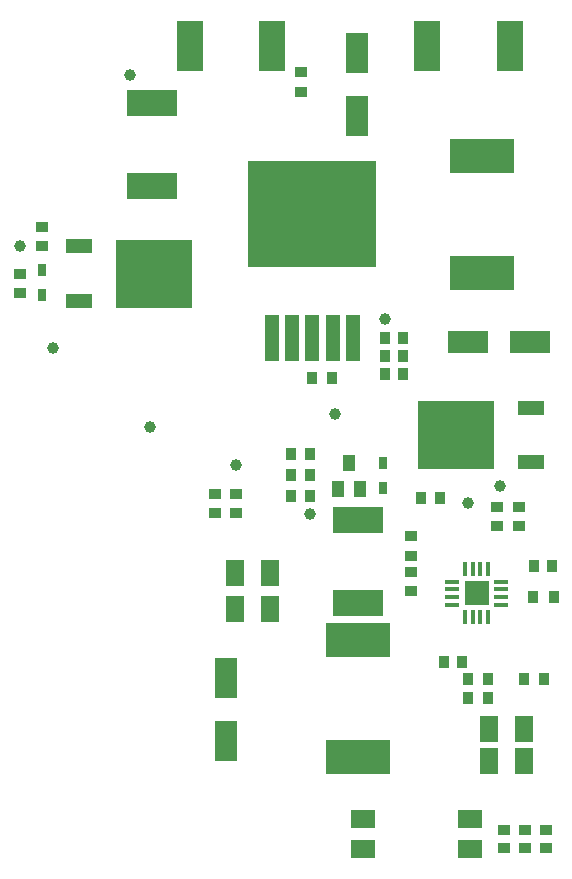
<source format=gtp>
G04*
G04 #@! TF.GenerationSoftware,Altium Limited,Altium Designer,24.5.2 (23)*
G04*
G04 Layer_Color=8421504*
%FSLAX25Y25*%
%MOIN*%
G70*
G04*
G04 #@! TF.SameCoordinates,60501AE2-BB46-487B-87F6-AF18234ABC67*
G04*
G04*
G04 #@! TF.FilePolarity,Positive*
G04*
G01*
G75*
%ADD17R,0.08661X0.16929*%
%ADD18R,0.16929X0.08661*%
%ADD19R,0.05906X0.08661*%
%ADD20R,0.04016X0.03701*%
%ADD21C,0.03937*%
%ADD22R,0.21260X0.11417*%
%ADD23R,0.08976X0.04724*%
%ADD24R,0.25197X0.22835*%
%ADD25R,0.03701X0.04016*%
%ADD26R,0.42913X0.35827*%
%ADD27R,0.04528X0.15551*%
%ADD28R,0.03937X0.03543*%
%ADD29R,0.13780X0.07284*%
%ADD30R,0.03543X0.03937*%
%ADD31R,0.07284X0.13780*%
%ADD32R,0.03150X0.03937*%
%ADD33R,0.03937X0.05512*%
%ADD34R,0.08268X0.08268*%
%ADD35R,0.01181X0.04724*%
%ADD36R,0.04724X0.01181*%
%ADD37R,0.08268X0.05906*%
D17*
X63779Y285827D02*
D03*
X91339D02*
D03*
X142913D02*
D03*
X170473D02*
D03*
D18*
X51181Y266929D02*
D03*
Y239370D02*
D03*
X119887Y100394D02*
D03*
Y127953D02*
D03*
D19*
X175197Y47706D02*
D03*
X163386D02*
D03*
X175197Y58336D02*
D03*
X163386D02*
D03*
X90551Y98425D02*
D03*
X78740D02*
D03*
X90551Y110236D02*
D03*
X78740D02*
D03*
D20*
X182677Y24764D02*
D03*
Y18543D02*
D03*
X175591Y18543D02*
D03*
Y24764D02*
D03*
X166142Y132244D02*
D03*
Y126024D02*
D03*
X72047Y136575D02*
D03*
Y130354D02*
D03*
X7087Y209803D02*
D03*
Y203583D02*
D03*
X14567Y225551D02*
D03*
Y219331D02*
D03*
X79134Y130354D02*
D03*
Y136575D02*
D03*
X173622Y132244D02*
D03*
Y126024D02*
D03*
X137402Y104370D02*
D03*
Y110591D02*
D03*
X168504Y24764D02*
D03*
Y18543D02*
D03*
D21*
X167323Y139370D02*
D03*
X43701Y276378D02*
D03*
X112205Y163386D02*
D03*
X128779Y194882D02*
D03*
X156693Y133465D02*
D03*
X103898Y129921D02*
D03*
X7087Y219331D02*
D03*
X79134Y146457D02*
D03*
X18110Y185433D02*
D03*
X50394Y159055D02*
D03*
D22*
X161283Y210236D02*
D03*
Y249213D02*
D03*
X119887Y88060D02*
D03*
Y49084D02*
D03*
D23*
X26964Y201029D02*
D03*
Y219139D02*
D03*
X177677Y147244D02*
D03*
Y165354D02*
D03*
D24*
X51964Y210084D02*
D03*
X152677Y156299D02*
D03*
D25*
X140984Y135433D02*
D03*
X147205D02*
D03*
X135000Y188583D02*
D03*
X128779D02*
D03*
X128779Y182677D02*
D03*
X135000D02*
D03*
X135000Y176772D02*
D03*
X128779D02*
D03*
X103898Y150000D02*
D03*
X97677D02*
D03*
X103898Y142913D02*
D03*
X97677D02*
D03*
X103898Y135827D02*
D03*
X97677D02*
D03*
X178386Y112598D02*
D03*
X184606D02*
D03*
X154685Y80709D02*
D03*
X148465D02*
D03*
D26*
X104640Y230088D02*
D03*
D27*
X91175Y188750D02*
D03*
X97908D02*
D03*
X104640D02*
D03*
X111372D02*
D03*
X118105D02*
D03*
D28*
X100787Y270669D02*
D03*
Y277362D02*
D03*
X137406Y122706D02*
D03*
Y116013D02*
D03*
D29*
X177362Y187402D02*
D03*
X156496D02*
D03*
D30*
X104528Y175197D02*
D03*
X111221D02*
D03*
X185039Y102362D02*
D03*
X178347D02*
D03*
X175211Y74803D02*
D03*
X181904D02*
D03*
X156496D02*
D03*
X163189D02*
D03*
X156496Y68504D02*
D03*
X163189D02*
D03*
D31*
X119685Y262795D02*
D03*
Y283661D02*
D03*
X75894Y75197D02*
D03*
Y54331D02*
D03*
D32*
X14567Y211221D02*
D03*
Y202953D02*
D03*
X128347Y138779D02*
D03*
Y147047D02*
D03*
D33*
X116929Y146850D02*
D03*
X120669Y138189D02*
D03*
X113189D02*
D03*
D34*
X159370Y103612D02*
D03*
D35*
X155532Y111682D02*
D03*
X158091D02*
D03*
X160650D02*
D03*
X163209D02*
D03*
X160650Y95541D02*
D03*
X158091D02*
D03*
X155532D02*
D03*
X163209D02*
D03*
D36*
X167441Y107450D02*
D03*
Y104891D02*
D03*
Y102332D02*
D03*
Y99773D02*
D03*
X151299D02*
D03*
Y102332D02*
D03*
Y104891D02*
D03*
Y107450D02*
D03*
D37*
X121457Y18228D02*
D03*
Y28228D02*
D03*
X157283D02*
D03*
Y18228D02*
D03*
M02*

</source>
